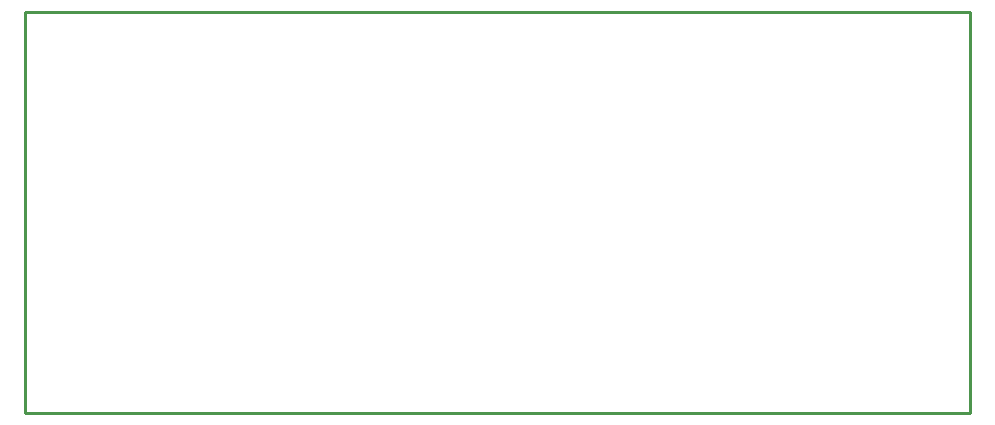
<source format=gm1>
G04*
G04 #@! TF.GenerationSoftware,Altium Limited,Altium Designer,21.7.2 (23)*
G04*
G04 Layer_Color=16711935*
%FSLAX25Y25*%
%MOIN*%
G70*
G04*
G04 #@! TF.SameCoordinates,B8BBB409-1C5D-4E28-8008-B1E3FC97E4F7*
G04*
G04*
G04 #@! TF.FilePolarity,Positive*
G04*
G01*
G75*
%ADD10C,0.01000*%
D10*
X314961D01*
Y133858D01*
X0D02*
X314961D01*
X0Y0D02*
Y133858D01*
Y0D02*
X314961D01*
Y133858D01*
X0D02*
X314961D01*
X0Y0D02*
Y133858D01*
M02*

</source>
